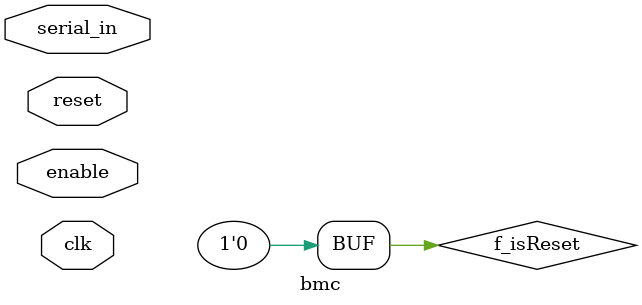
<source format=v>
/*
 *  OffCourse::Verilog
 *		- Home Intruding BMC
 *
 *  Copyright: Sybe
 *  License: GPLv3 or later
 */

module	bmc(
  input wire clk,
  input wire enable,
  input wire reset,
  input wire serial_in,
);

  reg f_isReset;
  initial f_isReset <= 0;
  wire [7:0] ref_out, uut_out;

  REF REF (
    .clk(clk),
    .enable(enable),
    .reset(reset),
    .serial_in(serial_in),
    .serial_out(ref_out)
  );

  UUT UUT(
    .clk(clk),
    .enable(enable),
    .reset(reset),
    .serial_in(serial_in),
    .serial_out(uut_out)
  );

`ifdef	FORMAL
  always @(posedge clk) begin
    if(reset)
        f_isReset <= 1;
  end

  always @(*) begin
    if(f_isReset)
        assert(ref_out == uut_out);
  end
`endif
endmodule
</source>
